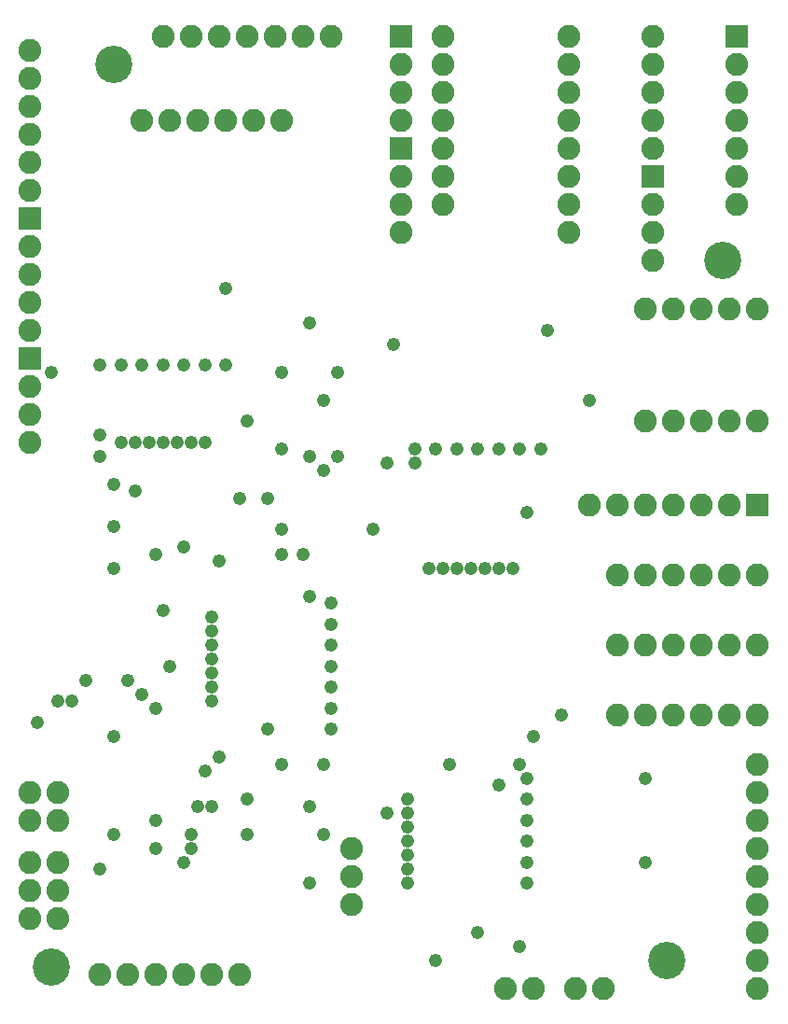
<source format=gbs>
G75*
G70*
%OFA0B0*%
%FSLAX24Y24*%
%IPPOS*%
%LPD*%
%AMOC8*
5,1,8,0,0,1.08239X$1,22.5*
%
%ADD10C,0.1330*%
%ADD11C,0.0820*%
%ADD12R,0.0820X0.0820*%
%ADD13C,0.0476*%
D10*
X002286Y001484D03*
X024286Y001734D03*
X026286Y026734D03*
X004536Y033734D03*
D11*
X006286Y034734D03*
X007286Y034734D03*
X008286Y034734D03*
X009286Y034734D03*
X010286Y034734D03*
X011286Y034734D03*
X012286Y034734D03*
X014786Y033734D03*
X014786Y032734D03*
X014786Y031734D03*
X016286Y031734D03*
X016286Y030734D03*
X016286Y029734D03*
X016286Y028734D03*
X014786Y028734D03*
X014786Y027734D03*
X014786Y029734D03*
X016286Y032734D03*
X016286Y033734D03*
X016286Y034734D03*
X020786Y034734D03*
X020786Y033734D03*
X020786Y032734D03*
X020786Y031734D03*
X020786Y030734D03*
X020786Y029734D03*
X020786Y028734D03*
X020786Y027734D03*
X023786Y027734D03*
X023786Y026734D03*
X023536Y024984D03*
X024536Y024984D03*
X025536Y024984D03*
X026536Y024984D03*
X027536Y024984D03*
X026786Y028734D03*
X026786Y029734D03*
X026786Y030734D03*
X026786Y031734D03*
X026786Y032734D03*
X026786Y033734D03*
X023786Y033734D03*
X023786Y032734D03*
X023786Y031734D03*
X023786Y030734D03*
X023786Y028734D03*
X023786Y034734D03*
X023536Y020984D03*
X024536Y020984D03*
X025536Y020984D03*
X026536Y020984D03*
X027536Y020984D03*
X026536Y017984D03*
X025536Y017984D03*
X024536Y017984D03*
X023536Y017984D03*
X022536Y017984D03*
X021536Y017984D03*
X022536Y015484D03*
X023536Y015484D03*
X024536Y015484D03*
X025536Y015484D03*
X026536Y015484D03*
X027536Y015484D03*
X027536Y012984D03*
X026536Y012984D03*
X025536Y012984D03*
X024536Y012984D03*
X023536Y012984D03*
X022536Y012984D03*
X022536Y010484D03*
X023536Y010484D03*
X024536Y010484D03*
X025536Y010484D03*
X026536Y010484D03*
X027536Y010484D03*
X027536Y008734D03*
X027536Y007734D03*
X027536Y006734D03*
X027536Y005734D03*
X027536Y004734D03*
X027536Y003734D03*
X027536Y002734D03*
X027536Y001734D03*
X027536Y000734D03*
X022036Y000734D03*
X021036Y000734D03*
X019536Y000734D03*
X018536Y000734D03*
X013036Y003734D03*
X013036Y004734D03*
X013036Y005734D03*
X009036Y001234D03*
X008036Y001234D03*
X007036Y001234D03*
X006036Y001234D03*
X005036Y001234D03*
X004036Y001234D03*
X002536Y003234D03*
X002536Y004234D03*
X001536Y004234D03*
X001536Y003234D03*
X001536Y005234D03*
X002536Y005234D03*
X002536Y006734D03*
X002536Y007734D03*
X001536Y007734D03*
X001536Y006734D03*
X001536Y020234D03*
X001536Y021234D03*
X001536Y022234D03*
X001536Y024234D03*
X001536Y025234D03*
X001536Y026234D03*
X001536Y027234D03*
X001536Y029234D03*
X001536Y030234D03*
X001536Y031234D03*
X001536Y032234D03*
X001536Y033234D03*
X001536Y034234D03*
X005536Y031734D03*
X006536Y031734D03*
X007536Y031734D03*
X008536Y031734D03*
X009536Y031734D03*
X010536Y031734D03*
D12*
X014786Y030734D03*
X014786Y034734D03*
X023786Y029734D03*
X026786Y034734D03*
X027536Y017984D03*
X001536Y023234D03*
X001536Y028234D03*
D13*
X002286Y022734D03*
X004036Y022984D03*
X004786Y022984D03*
X005536Y022984D03*
X006286Y022984D03*
X007036Y022984D03*
X007786Y022984D03*
X008536Y022984D03*
X009286Y020984D03*
X010536Y019984D03*
X011536Y019734D03*
X012036Y019234D03*
X012536Y019734D03*
X014286Y019484D03*
X015286Y019484D03*
X015286Y019984D03*
X016036Y019984D03*
X016786Y019984D03*
X017536Y019984D03*
X018286Y019984D03*
X019036Y019984D03*
X019786Y019984D03*
X021536Y021734D03*
X020036Y024234D03*
X014536Y023734D03*
X012536Y022734D03*
X012036Y021734D03*
X010536Y022734D03*
X011536Y024484D03*
X008536Y025734D03*
X007786Y020234D03*
X007286Y020234D03*
X006786Y020234D03*
X006286Y020234D03*
X005786Y020234D03*
X005286Y020234D03*
X004786Y020234D03*
X004036Y020484D03*
X004036Y019734D03*
X004536Y018734D03*
X005286Y018484D03*
X004536Y017234D03*
X004536Y015734D03*
X006036Y016234D03*
X007036Y016484D03*
X008286Y015984D03*
X008036Y013984D03*
X008036Y013484D03*
X008036Y012984D03*
X008036Y012484D03*
X008036Y011984D03*
X008036Y011484D03*
X008036Y010984D03*
X006536Y012234D03*
X005536Y011234D03*
X005036Y011734D03*
X006036Y010734D03*
X004536Y009734D03*
X003036Y010984D03*
X002536Y010984D03*
X001786Y010234D03*
X003536Y011734D03*
X006286Y014234D03*
X009036Y018234D03*
X010036Y018234D03*
X010536Y017134D03*
X010536Y016234D03*
X011286Y016234D03*
X011536Y014734D03*
X012286Y014484D03*
X012286Y013734D03*
X012286Y012984D03*
X012286Y012234D03*
X012286Y011484D03*
X012286Y010734D03*
X012286Y009984D03*
X012036Y008734D03*
X010536Y008734D03*
X010036Y009984D03*
X008286Y008984D03*
X007786Y008484D03*
X007536Y007234D03*
X008036Y007234D03*
X007286Y006234D03*
X007286Y005734D03*
X007036Y005234D03*
X006036Y005734D03*
X006036Y006734D03*
X004536Y006234D03*
X004036Y004984D03*
X009286Y006234D03*
X009286Y007484D03*
X011536Y007234D03*
X012036Y006234D03*
X011536Y004484D03*
X014286Y006984D03*
X015036Y006984D03*
X015036Y006484D03*
X015036Y005984D03*
X015036Y005484D03*
X015036Y004984D03*
X015036Y004484D03*
X017536Y002734D03*
X016036Y001734D03*
X019036Y002234D03*
X019286Y004484D03*
X019286Y005234D03*
X019286Y005984D03*
X019286Y006734D03*
X019286Y007484D03*
X019286Y008234D03*
X019036Y008734D03*
X018286Y007984D03*
X016536Y008734D03*
X015036Y007484D03*
X019536Y009734D03*
X020536Y010484D03*
X023536Y008234D03*
X023536Y005234D03*
X018786Y015734D03*
X018286Y015734D03*
X017786Y015734D03*
X017286Y015734D03*
X016786Y015734D03*
X016286Y015734D03*
X015786Y015734D03*
X013786Y017134D03*
X019286Y017734D03*
M02*

</source>
